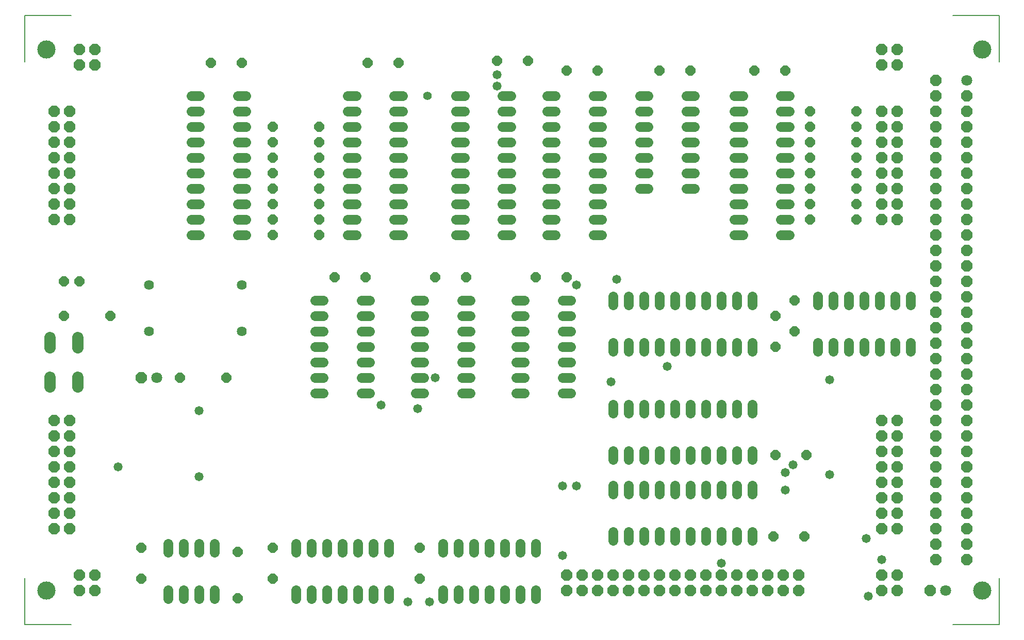
<source format=gbs>
G75*
%MOIN*%
%OFA0B0*%
%FSLAX24Y24*%
%IPPOS*%
%LPD*%
%AMOC8*
5,1,8,0,0,1.08239X$1,22.5*
%
%ADD10C,0.0640*%
%ADD11OC8,0.0640*%
%ADD12C,0.0640*%
%ADD13C,0.0720*%
%ADD14OC8,0.0710*%
%ADD15C,0.0710*%
%ADD16C,0.0060*%
%ADD17C,0.1180*%
%ADD18OC8,0.0720*%
%ADD19C,0.0580*%
%ADD20C,0.0560*%
D10*
X014208Y009080D02*
X014208Y009640D01*
X015208Y009640D02*
X015208Y009080D01*
X016208Y009080D02*
X016208Y009640D01*
X017208Y009640D02*
X017208Y009080D01*
X017208Y012080D02*
X017208Y012640D01*
X016208Y012640D02*
X016208Y012080D01*
X015208Y012080D02*
X015208Y012640D01*
X014208Y012640D02*
X014208Y012080D01*
X022458Y012080D02*
X022458Y012640D01*
X023458Y012640D02*
X023458Y012080D01*
X024458Y012080D02*
X024458Y012640D01*
X025458Y012640D02*
X025458Y012080D01*
X026458Y012080D02*
X026458Y012640D01*
X027458Y012640D02*
X027458Y012080D01*
X028458Y012080D02*
X028458Y012640D01*
X031958Y012640D02*
X031958Y012080D01*
X032958Y012080D02*
X032958Y012640D01*
X033958Y012640D02*
X033958Y012080D01*
X034958Y012080D02*
X034958Y012640D01*
X035958Y012640D02*
X035958Y012080D01*
X036958Y012080D02*
X036958Y012640D01*
X037958Y012640D02*
X037958Y012080D01*
X037958Y009640D02*
X037958Y009080D01*
X036958Y009080D02*
X036958Y009640D01*
X035958Y009640D02*
X035958Y009080D01*
X034958Y009080D02*
X034958Y009640D01*
X033958Y009640D02*
X033958Y009080D01*
X032958Y009080D02*
X032958Y009640D01*
X031958Y009640D02*
X031958Y009080D01*
X028458Y009080D02*
X028458Y009640D01*
X027458Y009640D02*
X027458Y009080D01*
X026458Y009080D02*
X026458Y009640D01*
X025458Y009640D02*
X025458Y009080D01*
X024458Y009080D02*
X024458Y009640D01*
X023458Y009640D02*
X023458Y009080D01*
X022458Y009080D02*
X022458Y009640D01*
X023678Y022360D02*
X024238Y022360D01*
X024238Y023360D02*
X023678Y023360D01*
X023678Y024360D02*
X024238Y024360D01*
X024238Y025360D02*
X023678Y025360D01*
X023678Y026360D02*
X024238Y026360D01*
X024238Y027360D02*
X023678Y027360D01*
X023678Y028360D02*
X024238Y028360D01*
X026678Y028360D02*
X027238Y028360D01*
X027238Y027360D02*
X026678Y027360D01*
X026678Y026360D02*
X027238Y026360D01*
X027238Y025360D02*
X026678Y025360D01*
X026678Y024360D02*
X027238Y024360D01*
X027238Y023360D02*
X026678Y023360D01*
X026678Y022360D02*
X027238Y022360D01*
X030178Y022360D02*
X030738Y022360D01*
X030738Y023360D02*
X030178Y023360D01*
X030178Y024360D02*
X030738Y024360D01*
X030738Y025360D02*
X030178Y025360D01*
X030178Y026360D02*
X030738Y026360D01*
X030738Y027360D02*
X030178Y027360D01*
X030178Y028360D02*
X030738Y028360D01*
X033178Y028360D02*
X033738Y028360D01*
X033738Y027360D02*
X033178Y027360D01*
X033178Y026360D02*
X033738Y026360D01*
X033738Y025360D02*
X033178Y025360D01*
X033178Y024360D02*
X033738Y024360D01*
X033738Y023360D02*
X033178Y023360D01*
X033178Y022360D02*
X033738Y022360D01*
X036678Y022360D02*
X037238Y022360D01*
X037238Y023360D02*
X036678Y023360D01*
X036678Y024360D02*
X037238Y024360D01*
X037238Y025360D02*
X036678Y025360D01*
X036678Y026360D02*
X037238Y026360D01*
X037238Y027360D02*
X036678Y027360D01*
X036678Y028360D02*
X037238Y028360D01*
X039678Y028360D02*
X040238Y028360D01*
X040238Y027360D02*
X039678Y027360D01*
X039678Y026360D02*
X040238Y026360D01*
X040238Y025360D02*
X039678Y025360D01*
X039678Y024360D02*
X040238Y024360D01*
X040238Y023360D02*
X039678Y023360D01*
X039678Y022360D02*
X040238Y022360D01*
X042958Y021640D02*
X042958Y021080D01*
X043958Y021080D02*
X043958Y021640D01*
X044958Y021640D02*
X044958Y021080D01*
X045958Y021080D02*
X045958Y021640D01*
X046958Y021640D02*
X046958Y021080D01*
X047958Y021080D02*
X047958Y021640D01*
X048958Y021640D02*
X048958Y021080D01*
X049958Y021080D02*
X049958Y021640D01*
X050958Y021640D02*
X050958Y021080D01*
X051958Y021080D02*
X051958Y021640D01*
X051958Y018640D02*
X051958Y018080D01*
X050958Y018080D02*
X050958Y018640D01*
X049958Y018640D02*
X049958Y018080D01*
X048958Y018080D02*
X048958Y018640D01*
X047958Y018640D02*
X047958Y018080D01*
X046958Y018080D02*
X046958Y018640D01*
X045958Y018640D02*
X045958Y018080D01*
X044958Y018080D02*
X044958Y018640D01*
X043958Y018640D02*
X043958Y018080D01*
X042958Y018080D02*
X042958Y018640D01*
X042958Y016390D02*
X042958Y015830D01*
X043958Y015830D02*
X043958Y016390D01*
X044958Y016390D02*
X044958Y015830D01*
X045958Y015830D02*
X045958Y016390D01*
X046958Y016390D02*
X046958Y015830D01*
X047958Y015830D02*
X047958Y016390D01*
X048958Y016390D02*
X048958Y015830D01*
X049958Y015830D02*
X049958Y016390D01*
X050958Y016390D02*
X050958Y015830D01*
X051958Y015830D02*
X051958Y016390D01*
X051958Y013390D02*
X051958Y012830D01*
X050958Y012830D02*
X050958Y013390D01*
X049958Y013390D02*
X049958Y012830D01*
X048958Y012830D02*
X048958Y013390D01*
X047958Y013390D02*
X047958Y012830D01*
X046958Y012830D02*
X046958Y013390D01*
X045958Y013390D02*
X045958Y012830D01*
X044958Y012830D02*
X044958Y013390D01*
X043958Y013390D02*
X043958Y012830D01*
X042958Y012830D02*
X042958Y013390D01*
X042958Y025080D02*
X042958Y025640D01*
X043958Y025640D02*
X043958Y025080D01*
X044958Y025080D02*
X044958Y025640D01*
X045958Y025640D02*
X045958Y025080D01*
X046958Y025080D02*
X046958Y025640D01*
X047958Y025640D02*
X047958Y025080D01*
X048958Y025080D02*
X048958Y025640D01*
X049958Y025640D02*
X049958Y025080D01*
X050958Y025080D02*
X050958Y025640D01*
X051958Y025640D02*
X051958Y025080D01*
X051958Y028080D02*
X051958Y028640D01*
X050958Y028640D02*
X050958Y028080D01*
X049958Y028080D02*
X049958Y028640D01*
X048958Y028640D02*
X048958Y028080D01*
X047958Y028080D02*
X047958Y028640D01*
X046958Y028640D02*
X046958Y028080D01*
X045958Y028080D02*
X045958Y028640D01*
X044958Y028640D02*
X044958Y028080D01*
X043958Y028080D02*
X043958Y028640D01*
X042958Y028640D02*
X042958Y028080D01*
X042238Y032610D02*
X041678Y032610D01*
X041678Y033610D02*
X042238Y033610D01*
X042238Y034610D02*
X041678Y034610D01*
X041678Y035610D02*
X042238Y035610D01*
X042238Y036610D02*
X041678Y036610D01*
X041678Y037610D02*
X042238Y037610D01*
X042238Y038610D02*
X041678Y038610D01*
X041678Y039610D02*
X042238Y039610D01*
X042238Y040610D02*
X041678Y040610D01*
X041678Y041610D02*
X042238Y041610D01*
X044678Y041610D02*
X045238Y041610D01*
X045238Y040610D02*
X044678Y040610D01*
X044678Y039610D02*
X045238Y039610D01*
X045238Y038610D02*
X044678Y038610D01*
X044678Y037610D02*
X045238Y037610D01*
X045238Y036610D02*
X044678Y036610D01*
X044678Y035610D02*
X045238Y035610D01*
X047678Y035610D02*
X048238Y035610D01*
X048238Y036610D02*
X047678Y036610D01*
X047678Y037610D02*
X048238Y037610D01*
X048238Y038610D02*
X047678Y038610D01*
X047678Y039610D02*
X048238Y039610D01*
X048238Y040610D02*
X047678Y040610D01*
X047678Y041610D02*
X048238Y041610D01*
X050803Y041610D02*
X051363Y041610D01*
X051363Y040610D02*
X050803Y040610D01*
X050803Y039610D02*
X051363Y039610D01*
X051363Y038610D02*
X050803Y038610D01*
X050803Y037610D02*
X051363Y037610D01*
X051363Y036610D02*
X050803Y036610D01*
X050803Y035610D02*
X051363Y035610D01*
X051363Y034610D02*
X050803Y034610D01*
X050803Y033610D02*
X051363Y033610D01*
X051363Y032610D02*
X050803Y032610D01*
X053803Y032610D02*
X054363Y032610D01*
X054363Y033610D02*
X053803Y033610D01*
X053803Y034610D02*
X054363Y034610D01*
X054363Y035610D02*
X053803Y035610D01*
X053803Y036610D02*
X054363Y036610D01*
X054363Y037610D02*
X053803Y037610D01*
X053803Y038610D02*
X054363Y038610D01*
X054363Y039610D02*
X053803Y039610D01*
X053803Y040610D02*
X054363Y040610D01*
X054363Y041610D02*
X053803Y041610D01*
X039238Y041610D02*
X038678Y041610D01*
X038678Y040610D02*
X039238Y040610D01*
X039238Y039610D02*
X038678Y039610D01*
X038678Y038610D02*
X039238Y038610D01*
X039238Y037610D02*
X038678Y037610D01*
X038678Y036610D02*
X039238Y036610D01*
X039238Y035610D02*
X038678Y035610D01*
X038678Y034610D02*
X039238Y034610D01*
X039238Y033610D02*
X038678Y033610D01*
X038678Y032610D02*
X039238Y032610D01*
X036363Y032610D02*
X035803Y032610D01*
X035803Y033610D02*
X036363Y033610D01*
X036363Y034610D02*
X035803Y034610D01*
X035803Y035610D02*
X036363Y035610D01*
X036363Y036610D02*
X035803Y036610D01*
X035803Y037610D02*
X036363Y037610D01*
X036363Y038610D02*
X035803Y038610D01*
X035803Y039610D02*
X036363Y039610D01*
X036363Y040610D02*
X035803Y040610D01*
X035803Y041610D02*
X036363Y041610D01*
X033363Y041610D02*
X032803Y041610D01*
X032803Y040610D02*
X033363Y040610D01*
X033363Y039610D02*
X032803Y039610D01*
X032803Y038610D02*
X033363Y038610D01*
X033363Y037610D02*
X032803Y037610D01*
X032803Y036610D02*
X033363Y036610D01*
X033363Y035610D02*
X032803Y035610D01*
X032803Y034610D02*
X033363Y034610D01*
X033363Y033610D02*
X032803Y033610D01*
X032803Y032610D02*
X033363Y032610D01*
X029363Y032610D02*
X028803Y032610D01*
X028803Y033610D02*
X029363Y033610D01*
X029363Y034610D02*
X028803Y034610D01*
X028803Y035610D02*
X029363Y035610D01*
X029363Y036610D02*
X028803Y036610D01*
X028803Y037610D02*
X029363Y037610D01*
X029363Y038610D02*
X028803Y038610D01*
X028803Y039610D02*
X029363Y039610D01*
X029363Y040610D02*
X028803Y040610D01*
X028803Y041610D02*
X029363Y041610D01*
X026363Y041610D02*
X025803Y041610D01*
X025803Y040610D02*
X026363Y040610D01*
X026363Y039610D02*
X025803Y039610D01*
X025803Y038610D02*
X026363Y038610D01*
X026363Y037610D02*
X025803Y037610D01*
X025803Y036610D02*
X026363Y036610D01*
X026363Y035610D02*
X025803Y035610D01*
X025803Y034610D02*
X026363Y034610D01*
X026363Y033610D02*
X025803Y033610D01*
X025803Y032610D02*
X026363Y032610D01*
X019238Y032610D02*
X018678Y032610D01*
X018678Y033610D02*
X019238Y033610D01*
X019238Y034610D02*
X018678Y034610D01*
X018678Y035610D02*
X019238Y035610D01*
X019238Y036610D02*
X018678Y036610D01*
X018678Y037610D02*
X019238Y037610D01*
X019238Y038610D02*
X018678Y038610D01*
X018678Y039610D02*
X019238Y039610D01*
X019238Y040610D02*
X018678Y040610D01*
X018678Y041610D02*
X019238Y041610D01*
X016238Y041610D02*
X015678Y041610D01*
X015678Y040610D02*
X016238Y040610D01*
X016238Y039610D02*
X015678Y039610D01*
X015678Y038610D02*
X016238Y038610D01*
X016238Y037610D02*
X015678Y037610D01*
X015678Y036610D02*
X016238Y036610D01*
X016238Y035610D02*
X015678Y035610D01*
X015678Y034610D02*
X016238Y034610D01*
X016238Y033610D02*
X015678Y033610D01*
X015678Y032610D02*
X016238Y032610D01*
X056208Y028640D02*
X056208Y028080D01*
X057208Y028080D02*
X057208Y028640D01*
X058208Y028640D02*
X058208Y028080D01*
X059208Y028080D02*
X059208Y028640D01*
X060208Y028640D02*
X060208Y028080D01*
X061208Y028080D02*
X061208Y028640D01*
X062208Y028640D02*
X062208Y028080D01*
X062208Y025640D02*
X062208Y025080D01*
X061208Y025080D02*
X061208Y025640D01*
X060208Y025640D02*
X060208Y025080D01*
X059208Y025080D02*
X059208Y025640D01*
X058208Y025640D02*
X058208Y025080D01*
X057208Y025080D02*
X057208Y025640D01*
X056208Y025640D02*
X056208Y025080D01*
D11*
X054708Y026360D03*
X053458Y025360D03*
X053458Y027360D03*
X054708Y028360D03*
X055708Y033610D03*
X055708Y034610D03*
X055708Y035610D03*
X055708Y036610D03*
X055708Y037610D03*
X055708Y038610D03*
X055708Y039610D03*
X055708Y040610D03*
X058708Y040610D03*
X058708Y039610D03*
X058708Y038610D03*
X058708Y037610D03*
X058708Y036610D03*
X058708Y035610D03*
X058708Y034610D03*
X058708Y033610D03*
X054083Y043235D03*
X052083Y043235D03*
X047958Y043235D03*
X045958Y043235D03*
X041958Y043235D03*
X039958Y043235D03*
X037458Y043860D03*
X035458Y043860D03*
X029083Y043735D03*
X027083Y043735D03*
X023958Y039610D03*
X023958Y038610D03*
X023958Y037610D03*
X023958Y036610D03*
X023958Y035610D03*
X023958Y034610D03*
X023958Y033610D03*
X023958Y032610D03*
X020958Y032610D03*
X020958Y033610D03*
X020958Y034610D03*
X020958Y035610D03*
X020958Y036610D03*
X020958Y037610D03*
X020958Y038610D03*
X020958Y039610D03*
X018958Y043735D03*
X016958Y043735D03*
X024958Y029860D03*
X026958Y029860D03*
X031458Y029860D03*
X033458Y029860D03*
X037958Y029860D03*
X039958Y029860D03*
X053458Y018360D03*
X055458Y018360D03*
X055333Y013110D03*
X053333Y013110D03*
X030458Y012360D03*
X030458Y010360D03*
X020958Y010360D03*
X020958Y012360D03*
X018708Y012110D03*
X018708Y009110D03*
X012458Y010360D03*
X012458Y012360D03*
X014958Y023360D03*
X017958Y023360D03*
X010458Y027360D03*
X007458Y027360D03*
X007458Y029610D03*
X008458Y029610D03*
D12*
X012958Y029360D03*
X012958Y026360D03*
X018958Y026360D03*
X018958Y029360D03*
D13*
X008348Y025960D02*
X008348Y025320D01*
X006568Y025320D02*
X006568Y025960D01*
X006568Y023400D02*
X006568Y022760D01*
X008348Y022760D02*
X008348Y023400D01*
D14*
X012458Y023360D03*
X063458Y009610D03*
X063833Y011610D03*
X063833Y012610D03*
X063833Y013610D03*
X063833Y014610D03*
X063833Y015610D03*
X063833Y016610D03*
X063833Y017610D03*
X063833Y018610D03*
X063833Y019610D03*
X063833Y020610D03*
X063833Y021610D03*
X063833Y022610D03*
X063833Y023610D03*
X063833Y024610D03*
X063833Y025610D03*
X063833Y026610D03*
X063833Y027610D03*
X063833Y028610D03*
X063833Y029610D03*
X063833Y030610D03*
X063833Y031610D03*
X063833Y032610D03*
X063833Y033610D03*
X063833Y034610D03*
X063833Y035610D03*
X063833Y036610D03*
X063833Y037610D03*
X063833Y038610D03*
X063833Y039610D03*
X063833Y040610D03*
X063833Y041610D03*
X063833Y042610D03*
X065833Y041610D03*
X065833Y040610D03*
X065833Y039610D03*
X065833Y038610D03*
X065833Y037610D03*
X065833Y036610D03*
X065833Y035610D03*
X065833Y034610D03*
X065833Y033610D03*
X065833Y032610D03*
X065833Y031610D03*
X065833Y030610D03*
X065833Y029610D03*
X065833Y028610D03*
X065833Y027610D03*
X065833Y026610D03*
X065833Y025610D03*
X065833Y024610D03*
X065833Y023610D03*
X065833Y022610D03*
X065833Y021610D03*
X065833Y020610D03*
X065833Y019610D03*
X065833Y018610D03*
X065833Y017610D03*
X065833Y016610D03*
X065833Y015610D03*
X065833Y014610D03*
X065833Y013610D03*
X065833Y012610D03*
X065833Y011610D03*
D15*
X064458Y009610D03*
X065833Y042610D03*
X013458Y023360D03*
D16*
X004933Y010420D02*
X004933Y007420D01*
X007933Y007420D01*
X004933Y043800D02*
X004933Y046800D01*
X007933Y046800D01*
X064933Y046800D02*
X067933Y046800D01*
X067933Y043800D01*
X067933Y010420D02*
X067933Y007420D01*
X064933Y007420D01*
D17*
X066833Y009610D03*
X066833Y044610D03*
X006333Y044610D03*
X006333Y009610D03*
D18*
X008458Y009610D03*
X008458Y010610D03*
X009458Y010610D03*
X009458Y009610D03*
X007833Y013610D03*
X006833Y013610D03*
X006833Y014610D03*
X007833Y014610D03*
X007833Y015610D03*
X006833Y015610D03*
X006833Y016610D03*
X007833Y016610D03*
X007833Y017610D03*
X006833Y017610D03*
X006833Y018610D03*
X007833Y018610D03*
X007833Y019610D03*
X006833Y019610D03*
X006833Y020610D03*
X007833Y020610D03*
X007833Y033610D03*
X006833Y033610D03*
X006833Y034610D03*
X007833Y034610D03*
X007833Y035610D03*
X006833Y035610D03*
X006833Y036610D03*
X007833Y036610D03*
X007833Y037610D03*
X006833Y037610D03*
X006833Y038610D03*
X007833Y038610D03*
X007833Y039610D03*
X006833Y039610D03*
X006833Y040610D03*
X007833Y040610D03*
X008458Y043610D03*
X008458Y044610D03*
X009458Y044610D03*
X009458Y043610D03*
X039958Y010610D03*
X039958Y009610D03*
X040958Y009610D03*
X041958Y009610D03*
X042958Y009610D03*
X042958Y010610D03*
X041958Y010610D03*
X040958Y010610D03*
X043958Y010610D03*
X044958Y010610D03*
X044958Y009610D03*
X043958Y009610D03*
X045958Y009610D03*
X046958Y009610D03*
X047958Y009610D03*
X047958Y010610D03*
X046958Y010610D03*
X045958Y010610D03*
X048958Y010610D03*
X049958Y010610D03*
X049958Y009610D03*
X048958Y009610D03*
X050958Y009610D03*
X051958Y009610D03*
X052958Y009610D03*
X052958Y010610D03*
X051958Y010610D03*
X050958Y010610D03*
X053958Y010610D03*
X054958Y010610D03*
X054958Y009610D03*
X053958Y009610D03*
X060333Y009610D03*
X061333Y009610D03*
X061333Y010610D03*
X060333Y010610D03*
X060333Y013610D03*
X060333Y014610D03*
X061333Y014610D03*
X061333Y013610D03*
X061333Y015610D03*
X060333Y015610D03*
X060333Y016610D03*
X061333Y016610D03*
X061333Y017610D03*
X060333Y017610D03*
X060333Y018610D03*
X061333Y018610D03*
X061333Y019610D03*
X060333Y019610D03*
X060333Y020610D03*
X061333Y020610D03*
X061333Y033610D03*
X060333Y033610D03*
X060333Y034610D03*
X061333Y034610D03*
X061333Y035610D03*
X060333Y035610D03*
X060333Y036610D03*
X061333Y036610D03*
X061333Y037610D03*
X060333Y037610D03*
X060333Y038610D03*
X061333Y038610D03*
X061333Y039610D03*
X060333Y039610D03*
X060333Y040610D03*
X061333Y040610D03*
X061333Y043610D03*
X060333Y043610D03*
X060333Y044610D03*
X061333Y044610D03*
D19*
X043208Y029735D03*
X040583Y029360D03*
X046458Y024110D03*
X042833Y023110D03*
X040583Y016360D03*
X039708Y016360D03*
X039708Y011860D03*
X031083Y008860D03*
X029708Y008860D03*
X016208Y016985D03*
X010958Y017610D03*
X016208Y021235D03*
X027958Y021610D03*
X030333Y021360D03*
X031458Y023360D03*
X049958Y011360D03*
X054083Y016110D03*
X054083Y017235D03*
X054583Y017735D03*
X056958Y017110D03*
X059333Y012985D03*
X060333Y011610D03*
X059458Y009235D03*
X056958Y023235D03*
X035458Y042235D03*
X035458Y042985D03*
D20*
X030958Y041610D03*
M02*

</source>
